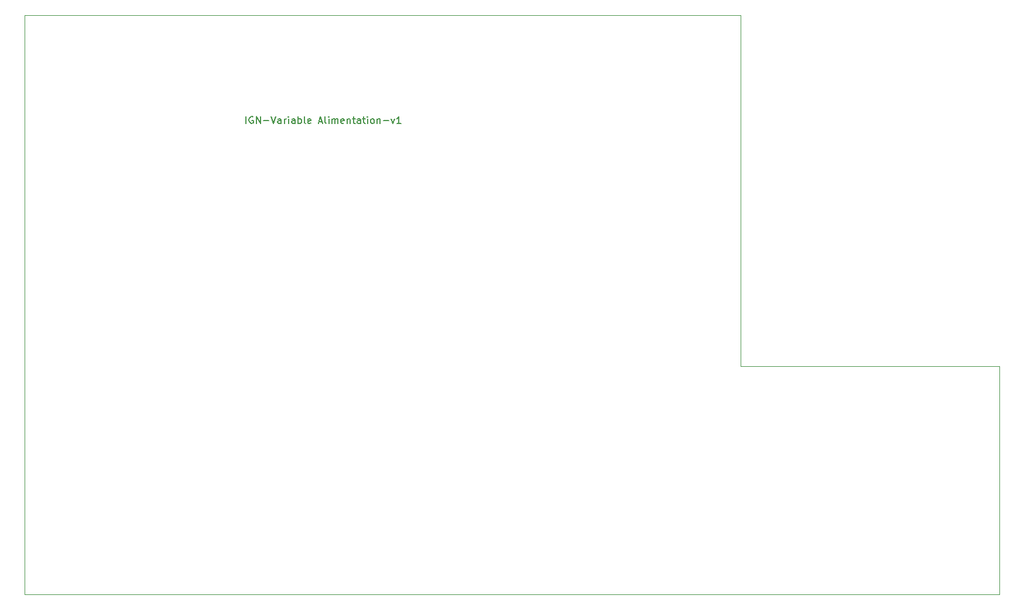
<source format=gbr>
%TF.GenerationSoftware,KiCad,Pcbnew,(6.0.5)*%
%TF.CreationDate,2022-12-29T23:16:15-04:00*%
%TF.ProjectId,Alimentation project,416c696d-656e-4746-9174-696f6e207072,rev?*%
%TF.SameCoordinates,Original*%
%TF.FileFunction,Profile,NP*%
%FSLAX46Y46*%
G04 Gerber Fmt 4.6, Leading zero omitted, Abs format (unit mm)*
G04 Created by KiCad (PCBNEW (6.0.5)) date 2022-12-29 23:16:15*
%MOMM*%
%LPD*%
G01*
G04 APERTURE LIST*
%TA.AperFunction,Profile*%
%ADD10C,0.100000*%
%TD*%
%ADD11C,0.150000*%
G04 APERTURE END LIST*
D10*
X138430000Y-97155000D02*
X175895000Y-97155000D01*
X175895000Y-130175000D01*
X34925000Y-130175000D01*
X34925000Y-46355000D01*
X138430000Y-46355000D01*
X138430000Y-97155000D01*
D11*
X66938333Y-62047380D02*
X66938333Y-61047380D01*
X67938333Y-61095000D02*
X67843095Y-61047380D01*
X67700238Y-61047380D01*
X67557380Y-61095000D01*
X67462142Y-61190238D01*
X67414523Y-61285476D01*
X67366904Y-61475952D01*
X67366904Y-61618809D01*
X67414523Y-61809285D01*
X67462142Y-61904523D01*
X67557380Y-61999761D01*
X67700238Y-62047380D01*
X67795476Y-62047380D01*
X67938333Y-61999761D01*
X67985952Y-61952142D01*
X67985952Y-61618809D01*
X67795476Y-61618809D01*
X68414523Y-62047380D02*
X68414523Y-61047380D01*
X68985952Y-62047380D01*
X68985952Y-61047380D01*
X69462142Y-61666428D02*
X70224047Y-61666428D01*
X70557380Y-61047380D02*
X70890714Y-62047380D01*
X71224047Y-61047380D01*
X71985952Y-62047380D02*
X71985952Y-61523571D01*
X71938333Y-61428333D01*
X71843095Y-61380714D01*
X71652619Y-61380714D01*
X71557380Y-61428333D01*
X71985952Y-61999761D02*
X71890714Y-62047380D01*
X71652619Y-62047380D01*
X71557380Y-61999761D01*
X71509761Y-61904523D01*
X71509761Y-61809285D01*
X71557380Y-61714047D01*
X71652619Y-61666428D01*
X71890714Y-61666428D01*
X71985952Y-61618809D01*
X72462142Y-62047380D02*
X72462142Y-61380714D01*
X72462142Y-61571190D02*
X72509761Y-61475952D01*
X72557380Y-61428333D01*
X72652619Y-61380714D01*
X72747857Y-61380714D01*
X73081190Y-62047380D02*
X73081190Y-61380714D01*
X73081190Y-61047380D02*
X73033571Y-61095000D01*
X73081190Y-61142619D01*
X73128809Y-61095000D01*
X73081190Y-61047380D01*
X73081190Y-61142619D01*
X73985952Y-62047380D02*
X73985952Y-61523571D01*
X73938333Y-61428333D01*
X73843095Y-61380714D01*
X73652619Y-61380714D01*
X73557380Y-61428333D01*
X73985952Y-61999761D02*
X73890714Y-62047380D01*
X73652619Y-62047380D01*
X73557380Y-61999761D01*
X73509761Y-61904523D01*
X73509761Y-61809285D01*
X73557380Y-61714047D01*
X73652619Y-61666428D01*
X73890714Y-61666428D01*
X73985952Y-61618809D01*
X74462142Y-62047380D02*
X74462142Y-61047380D01*
X74462142Y-61428333D02*
X74557380Y-61380714D01*
X74747857Y-61380714D01*
X74843095Y-61428333D01*
X74890714Y-61475952D01*
X74938333Y-61571190D01*
X74938333Y-61856904D01*
X74890714Y-61952142D01*
X74843095Y-61999761D01*
X74747857Y-62047380D01*
X74557380Y-62047380D01*
X74462142Y-61999761D01*
X75509761Y-62047380D02*
X75414523Y-61999761D01*
X75366904Y-61904523D01*
X75366904Y-61047380D01*
X76271666Y-61999761D02*
X76176428Y-62047380D01*
X75985952Y-62047380D01*
X75890714Y-61999761D01*
X75843095Y-61904523D01*
X75843095Y-61523571D01*
X75890714Y-61428333D01*
X75985952Y-61380714D01*
X76176428Y-61380714D01*
X76271666Y-61428333D01*
X76319285Y-61523571D01*
X76319285Y-61618809D01*
X75843095Y-61714047D01*
X77462142Y-61761666D02*
X77938333Y-61761666D01*
X77366904Y-62047380D02*
X77700238Y-61047380D01*
X78033571Y-62047380D01*
X78509761Y-62047380D02*
X78414523Y-61999761D01*
X78366904Y-61904523D01*
X78366904Y-61047380D01*
X78890714Y-62047380D02*
X78890714Y-61380714D01*
X78890714Y-61047380D02*
X78843095Y-61095000D01*
X78890714Y-61142619D01*
X78938333Y-61095000D01*
X78890714Y-61047380D01*
X78890714Y-61142619D01*
X79366904Y-62047380D02*
X79366904Y-61380714D01*
X79366904Y-61475952D02*
X79414523Y-61428333D01*
X79509761Y-61380714D01*
X79652619Y-61380714D01*
X79747857Y-61428333D01*
X79795476Y-61523571D01*
X79795476Y-62047380D01*
X79795476Y-61523571D02*
X79843095Y-61428333D01*
X79938333Y-61380714D01*
X80081190Y-61380714D01*
X80176428Y-61428333D01*
X80224047Y-61523571D01*
X80224047Y-62047380D01*
X81081190Y-61999761D02*
X80985952Y-62047380D01*
X80795476Y-62047380D01*
X80700238Y-61999761D01*
X80652619Y-61904523D01*
X80652619Y-61523571D01*
X80700238Y-61428333D01*
X80795476Y-61380714D01*
X80985952Y-61380714D01*
X81081190Y-61428333D01*
X81128809Y-61523571D01*
X81128809Y-61618809D01*
X80652619Y-61714047D01*
X81557380Y-61380714D02*
X81557380Y-62047380D01*
X81557380Y-61475952D02*
X81605000Y-61428333D01*
X81700238Y-61380714D01*
X81843095Y-61380714D01*
X81938333Y-61428333D01*
X81985952Y-61523571D01*
X81985952Y-62047380D01*
X82319285Y-61380714D02*
X82700238Y-61380714D01*
X82462142Y-61047380D02*
X82462142Y-61904523D01*
X82509761Y-61999761D01*
X82605000Y-62047380D01*
X82700238Y-62047380D01*
X83462142Y-62047380D02*
X83462142Y-61523571D01*
X83414523Y-61428333D01*
X83319285Y-61380714D01*
X83128809Y-61380714D01*
X83033571Y-61428333D01*
X83462142Y-61999761D02*
X83366904Y-62047380D01*
X83128809Y-62047380D01*
X83033571Y-61999761D01*
X82985952Y-61904523D01*
X82985952Y-61809285D01*
X83033571Y-61714047D01*
X83128809Y-61666428D01*
X83366904Y-61666428D01*
X83462142Y-61618809D01*
X83795476Y-61380714D02*
X84176428Y-61380714D01*
X83938333Y-61047380D02*
X83938333Y-61904523D01*
X83985952Y-61999761D01*
X84081190Y-62047380D01*
X84176428Y-62047380D01*
X84509761Y-62047380D02*
X84509761Y-61380714D01*
X84509761Y-61047380D02*
X84462142Y-61095000D01*
X84509761Y-61142619D01*
X84557380Y-61095000D01*
X84509761Y-61047380D01*
X84509761Y-61142619D01*
X85128809Y-62047380D02*
X85033571Y-61999761D01*
X84985952Y-61952142D01*
X84938333Y-61856904D01*
X84938333Y-61571190D01*
X84985952Y-61475952D01*
X85033571Y-61428333D01*
X85128809Y-61380714D01*
X85271666Y-61380714D01*
X85366904Y-61428333D01*
X85414523Y-61475952D01*
X85462142Y-61571190D01*
X85462142Y-61856904D01*
X85414523Y-61952142D01*
X85366904Y-61999761D01*
X85271666Y-62047380D01*
X85128809Y-62047380D01*
X85890714Y-61380714D02*
X85890714Y-62047380D01*
X85890714Y-61475952D02*
X85938333Y-61428333D01*
X86033571Y-61380714D01*
X86176428Y-61380714D01*
X86271666Y-61428333D01*
X86319285Y-61523571D01*
X86319285Y-62047380D01*
X86795476Y-61666428D02*
X87557380Y-61666428D01*
X87938333Y-61380714D02*
X88176428Y-62047380D01*
X88414523Y-61380714D01*
X89319285Y-62047380D02*
X88747857Y-62047380D01*
X89033571Y-62047380D02*
X89033571Y-61047380D01*
X88938333Y-61190238D01*
X88843095Y-61285476D01*
X88747857Y-61333095D01*
M02*

</source>
